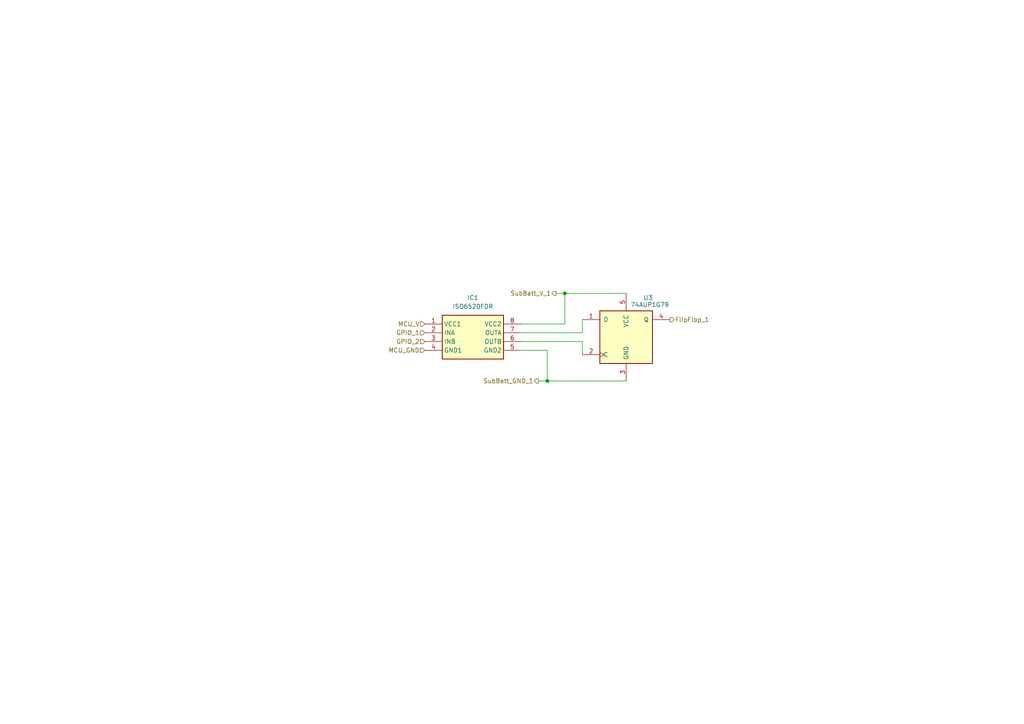
<source format=kicad_sch>
(kicad_sch (version 20250114) (generator "eeschema") (generator_version "9.0")
  (paper "A4")
  (lib_symbols
    (symbol "74xGxx:74AUP1G79" (pin_names (offset 1.016))
      (property "Reference" "U" (at -2.54 5.08 0))
      (property "Value" "74AUP1G79" (at 0 -5.08 0))
      (symbol "74AUP1G79_0_1"
        (rectangle (start -7.62 7.62) (end 7.62 -7.62) (stroke (width 0.254)) (fill (type background)))
      )
      (symbol "74AUP1G79_1_1"
        (pin input line (at -12.7 5.08 0) (length 5.08) (name "D") (number "1"))
        (pin input clock (at -12.7 -5.08 0) (length 5.08) (name "C") (number "2"))
        (pin power_in line (at 0 12.7 270) (length 5.08) (name "VCC") (number "5"))
        (pin power_in line (at 0 -12.7 90) (length 5.08) (name "GND") (number "3"))
        (pin output line (at 12.7 5.08 180) (length 5.08) (name "Q") (number "4"))
      )
    )
    (symbol "Isolator_Texas:ISO6520FDR"
      (property "Reference" "IC" (at 24.13 7.62 0))
      (property "Value" "ISO6520FDR" (at 24.13 5.08 0))
      (symbol "ISO6520FDR_1_1"
        (rectangle (start 5.08 2.54) (end 22.86 -10.16) (stroke (width 0.254)) (fill (type background)))
        (pin passive line (at 0 0 0) (length 5.08) (name "VCC1") (number "1"))
        (pin passive line (at 0 -2.54 0) (length 5.08) (name "INA") (number "2"))
        (pin passive line (at 0 -5.08 0) (length 5.08) (name "INB") (number "3"))
        (pin passive line (at 0 -7.62 0) (length 5.08) (name "GND1") (number "4"))
        (pin passive line (at 27.94 0 180) (length 5.08) (name "VCC2") (number "8"))
        (pin passive line (at 27.94 -2.54 180) (length 5.08) (name "OUTA") (number "7"))
        (pin passive line (at 27.94 -5.08 180) (length 5.08) (name "OUTB") (number "6"))
        (pin passive line (at 27.94 -7.62 180) (length 5.08) (name "GND2") (number "5"))
      )
    )
  )
  (junction (at 163.83 85.09))
  (junction (at 158.75 110.49))
  (wire (pts (xy 151.13 99.06) (xy 168.91 99.06)))
  (wire (pts (xy 151.13 96.52) (xy 168.91 96.52)))
  (wire (pts (xy 156.21 110.49) (xy 158.75 110.49)))
  (wire (pts (xy 163.83 85.09) (xy 181.61 85.09)))
  (wire (pts (xy 168.91 99.06) (xy 168.91 102.87)))
  (wire (pts (xy 158.75 101.6) (xy 158.75 110.49)))
  (wire (pts (xy 151.13 101.6) (xy 158.75 101.6)))
  (wire (pts (xy 158.75 110.49) (xy 181.61 110.49)))
  (wire (pts (xy 163.83 93.98) (xy 163.83 85.09)))
  (wire (pts (xy 168.91 92.71) (xy 168.91 96.52)))
  (wire (pts (xy 151.13 93.98) (xy 163.83 93.98)))
  (wire (pts (xy 161.29 85.09) (xy 163.83 85.09)))
  (hierarchical_label "MCU_GND" (shape input) (at 123.19 101.6 180))
  (hierarchical_label "SubBatt_GND_1" (shape output) (at 156.21 110.49 180))
  (hierarchical_label "FlipFlop_1" (shape output) (at 194.31 92.71 0))
  (hierarchical_label "MCU_V" (shape input) (at 123.19 93.98 180))
  (hierarchical_label "SubBatt_V_1" (shape output) (at 161.29 85.09 180))
  (hierarchical_label "GPIO_2" (shape input) (at 123.19 99.06 180))
  (hierarchical_label "GPIO_1" (shape input) (at 123.19 96.52 180))
  (symbol (lib_id "74xGxx:74AUP1G79") (at 181.61 97.79 0) (unit 1)
    (property "Reference" "U3" (at 187.96 86.36 0))
    (property "Value" "74AUP1G79" (at 188.468 88.392 0))
    (property "Datasheet" "http://www.ti.com/lit/sg/scyt129e/scyt129e.pdf" (effects (hide yes)))
    (property "Description" "Single D Flip-Flop, Low-Voltage CMOS" (effects (hide yes)))
  )
  (symbol (lib_id "Isolator_Texas:ISO6520FDR") (at 123.19 93.98 0) (unit 1)
    (property "Reference" "IC1" (at 137.16 86.36 0))
    (property "Value" "ISO6520FDR" (at 137.16 88.9 0))
    (property "Footprint" "SOIC127P600X175-8N" (effects (hide yes)))
    (property "Datasheet" "https://www.ti.com/lit/ds/symlink/iso6520.pdf?ts=1744803908805&ref_url=https%253A%252F%252Fwww.ti.com%252Fproduct%252FISO6520" (effects (hide yes)))
    (property "Description" "Digital Isolators Functional isolation dual-channel 2/0 di" (effects (hide yes)))
    (property "Height" "1.75" (effects (hide yes)))
    (property "Mouser Part Number" "595-ISO6520FDR" (effects (hide yes)))
    (property "Mouser Price/Stock" "https://www.mouser.co.uk/ProductDetail/Texas-Instruments/ISO6520FDR?qs=i8QVZAFTkqSh5YGkfcf%252B3g%3D%3D" (effects (hide yes)))
    (property "Manufacturer_Name" "Texas Instruments" (effects (hide yes)))
    (property "Manufacturer_Part_Number" "ISO6520FDR" (effects (hide yes)))
  )
)
</source>
